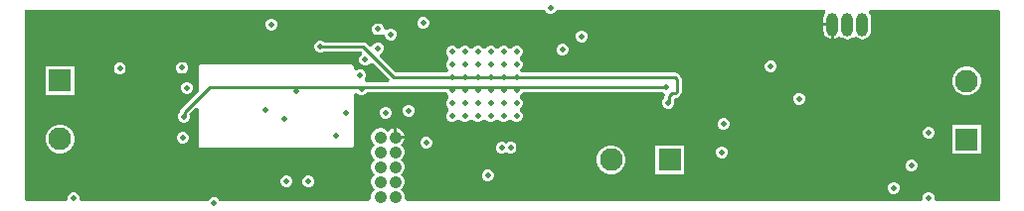
<source format=gbr>
%TF.GenerationSoftware,Altium Limited,Altium Designer,25.4.2 (15)*%
G04 Layer_Physical_Order=3*
G04 Layer_Color=16440176*
%FSLAX45Y45*%
%MOMM*%
%TF.SameCoordinates,D0FDF368-1468-4A38-90CB-FD56B44771C5*%
%TF.FilePolarity,Positive*%
%TF.FileFunction,Copper,L3,Inr,Signal*%
%TF.Part,Single*%
G01*
G75*
%TA.AperFunction,Conductor*%
%ADD30C,0.25400*%
%TA.AperFunction,ComponentPad*%
%ADD33C,1.95000*%
%ADD34R,1.95000X1.95000*%
%ADD35O,1.00000X2.00000*%
%ADD36O,1.00000X2.00000*%
%ADD37R,1.95000X1.95000*%
%ADD39C,1.06000*%
%TA.AperFunction,ViaPad*%
%ADD40C,0.50000*%
G36*
X8384540Y1706880D02*
Y81280D01*
X7838153D01*
X7827880Y96655D01*
Y116705D01*
X7820207Y135229D01*
X7806029Y149407D01*
X7787505Y157080D01*
X7767455D01*
X7748931Y149407D01*
X7734753Y135229D01*
X7727080Y116705D01*
Y96655D01*
X7716807Y81280D01*
X3337114D01*
X3316900Y103979D01*
Y124622D01*
X3311557Y144561D01*
X3301235Y162439D01*
X3287331Y177800D01*
X3301236Y193162D01*
X3311557Y211039D01*
X3316900Y230978D01*
Y251622D01*
X3311557Y271561D01*
X3301235Y289439D01*
X3287331Y304800D01*
X3301236Y320162D01*
X3311557Y338039D01*
X3316900Y357978D01*
Y378622D01*
X3311557Y398561D01*
X3301235Y416439D01*
X3287331Y431800D01*
X3301236Y447162D01*
X3311557Y465039D01*
X3316900Y484978D01*
Y505622D01*
X3311557Y525561D01*
X3301235Y543439D01*
X3287331Y558800D01*
X3301236Y574162D01*
X3311557Y592039D01*
X3316263Y609600D01*
X3238500D01*
Y622300D01*
X3225800D01*
Y700063D01*
X3208239Y695357D01*
X3190361Y685035D01*
X3175000Y671131D01*
X3159638Y685036D01*
X3141761Y695357D01*
X3121822Y700700D01*
X3101178D01*
X3081239Y695357D01*
X3063361Y685035D01*
X3048765Y670439D01*
X3038443Y652561D01*
X3033100Y632622D01*
Y611978D01*
X3038443Y592039D01*
X3048765Y574161D01*
X3062669Y558800D01*
X3048764Y543438D01*
X3038443Y525561D01*
X3033100Y505622D01*
Y484978D01*
X3038443Y465039D01*
X3048765Y447161D01*
X3062669Y431800D01*
X3048764Y416438D01*
X3038443Y398561D01*
X3033100Y378622D01*
Y357978D01*
X3038443Y338039D01*
X3048765Y320161D01*
X3062669Y304800D01*
X3048764Y289438D01*
X3038443Y271561D01*
X3033100Y251622D01*
Y230978D01*
X3038443Y211039D01*
X3048765Y193161D01*
X3062669Y177800D01*
X3048764Y162438D01*
X3038443Y144561D01*
X3033100Y124622D01*
Y103979D01*
X3012886Y81280D01*
X1740316D01*
X1736907Y89509D01*
X1722729Y103687D01*
X1704205Y111360D01*
X1684155D01*
X1665631Y103687D01*
X1651453Y89509D01*
X1648044Y81280D01*
X555119D01*
X548240Y91575D01*
Y111625D01*
X540567Y130149D01*
X526389Y144327D01*
X507865Y152000D01*
X487815D01*
X469291Y144327D01*
X455113Y130149D01*
X447440Y111625D01*
Y91575D01*
X440561Y81280D01*
X97828D01*
X78740Y96520D01*
Y1714500D01*
X4510008D01*
X4516573Y1698651D01*
X4530751Y1684473D01*
X4549275Y1676800D01*
X4569325D01*
X4587849Y1684473D01*
X4602027Y1698651D01*
X4608592Y1714500D01*
X6894366D01*
X6902310Y1698399D01*
X6904154Y1689100D01*
X6893738Y1675525D01*
X6886141Y1657184D01*
X6883549Y1637500D01*
Y1600200D01*
X6959600D01*
Y1587500D01*
X6972300D01*
Y1463121D01*
X6979283Y1464041D01*
X6997625Y1471638D01*
X7013376Y1483724D01*
X7040735Y1477654D01*
X7048575Y1471638D01*
X7066917Y1464041D01*
X7086600Y1461449D01*
X7106283Y1464041D01*
X7124625Y1471638D01*
X7132465Y1477654D01*
X7159824Y1483724D01*
X7175575Y1471638D01*
X7193917Y1464041D01*
X7213600Y1461449D01*
X7233283Y1464041D01*
X7251625Y1471638D01*
X7267376Y1483724D01*
X7279462Y1499475D01*
X7287059Y1517816D01*
X7289651Y1537500D01*
Y1637500D01*
X7287059Y1657184D01*
X7279462Y1675525D01*
X7269046Y1689100D01*
X7270890Y1698399D01*
X7278834Y1714500D01*
X8376920D01*
X8384540Y1706880D01*
D02*
G37*
%LPC*%
G36*
X3484745Y1650600D02*
X3464695D01*
X3446171Y1642927D01*
X3431993Y1628749D01*
X3424320Y1610225D01*
Y1590175D01*
X3431993Y1571651D01*
X3446171Y1557473D01*
X3464695Y1549800D01*
X3484745D01*
X3503269Y1557473D01*
X3517447Y1571651D01*
X3525120Y1590175D01*
Y1610225D01*
X3517447Y1628749D01*
X3503269Y1642927D01*
X3484745Y1650600D01*
D02*
G37*
G36*
X2191885Y1637900D02*
X2171835D01*
X2153311Y1630227D01*
X2139133Y1616049D01*
X2131460Y1597525D01*
Y1577475D01*
X2139133Y1558951D01*
X2153311Y1544773D01*
X2171835Y1537100D01*
X2191885D01*
X2210409Y1544773D01*
X2224587Y1558951D01*
X2232260Y1577475D01*
Y1597525D01*
X2224587Y1616049D01*
X2210409Y1630227D01*
X2191885Y1637900D01*
D02*
G37*
G36*
X6946900Y1574800D02*
X6883549D01*
Y1537500D01*
X6886141Y1517816D01*
X6893738Y1499475D01*
X6905824Y1483724D01*
X6921575Y1471638D01*
X6939917Y1464041D01*
X6946900Y1463121D01*
Y1574800D01*
D02*
G37*
G36*
X3101205Y1597260D02*
X3081155D01*
X3062631Y1589587D01*
X3048453Y1575409D01*
X3040780Y1556885D01*
Y1536835D01*
X3048453Y1518311D01*
X3062631Y1504133D01*
X3081155Y1496460D01*
X3101205D01*
X3119729Y1504133D01*
X3124600Y1509004D01*
X3150000Y1498483D01*
Y1493655D01*
X3157673Y1475131D01*
X3171851Y1460953D01*
X3190375Y1453280D01*
X3210425D01*
X3228949Y1460953D01*
X3243127Y1475131D01*
X3250800Y1493655D01*
Y1513705D01*
X3243127Y1532229D01*
X3228949Y1546407D01*
X3210425Y1554080D01*
X3190375D01*
X3171851Y1546407D01*
X3166980Y1541536D01*
X3141580Y1552057D01*
Y1556885D01*
X3133907Y1575409D01*
X3119729Y1589587D01*
X3101205Y1597260D01*
D02*
G37*
G36*
X4836025Y1536300D02*
X4815975D01*
X4797451Y1528627D01*
X4783273Y1514449D01*
X4775600Y1495925D01*
Y1475875D01*
X4783273Y1457351D01*
X4797451Y1443173D01*
X4815975Y1435500D01*
X4836025D01*
X4854549Y1443173D01*
X4868727Y1457351D01*
X4876400Y1475875D01*
Y1495925D01*
X4868727Y1514449D01*
X4854549Y1528627D01*
X4836025Y1536300D01*
D02*
G37*
G36*
X4670925Y1422000D02*
X4650875D01*
X4632351Y1414327D01*
X4618173Y1400149D01*
X4610500Y1381625D01*
Y1361575D01*
X4618173Y1343051D01*
X4632351Y1328873D01*
X4650875Y1321200D01*
X4670925D01*
X4689449Y1328873D01*
X4703627Y1343051D01*
X4711300Y1361575D01*
Y1381625D01*
X4703627Y1400149D01*
X4689449Y1414327D01*
X4670925Y1422000D01*
D02*
G37*
G36*
X6446385Y1279760D02*
X6426335D01*
X6407811Y1272087D01*
X6393633Y1257909D01*
X6385960Y1239385D01*
Y1219335D01*
X6393633Y1200811D01*
X6407811Y1186633D01*
X6426335Y1178960D01*
X6446385D01*
X6464909Y1186633D01*
X6479087Y1200811D01*
X6486760Y1219335D01*
Y1239385D01*
X6479087Y1257909D01*
X6464909Y1272087D01*
X6446385Y1279760D01*
D02*
G37*
G36*
X1432425Y1267060D02*
X1412375D01*
X1393851Y1259387D01*
X1379673Y1245209D01*
X1372000Y1226685D01*
Y1206635D01*
X1379673Y1188111D01*
X1393851Y1173933D01*
X1412375Y1166260D01*
X1432425D01*
X1450949Y1173933D01*
X1465127Y1188111D01*
X1472800Y1206635D01*
Y1226685D01*
X1465127Y1245209D01*
X1450949Y1259387D01*
X1432425Y1267060D01*
D02*
G37*
G36*
X901565Y1261980D02*
X881515D01*
X862991Y1254307D01*
X848813Y1240129D01*
X841140Y1221605D01*
Y1201555D01*
X848813Y1183031D01*
X862991Y1168853D01*
X881515Y1161180D01*
X901565D01*
X920089Y1168853D01*
X934267Y1183031D01*
X941940Y1201555D01*
Y1221605D01*
X934267Y1240129D01*
X920089Y1254307D01*
X901565Y1261980D01*
D02*
G37*
G36*
X2608445Y1449940D02*
X2588395D01*
X2569871Y1442267D01*
X2555693Y1428089D01*
X2548020Y1409565D01*
Y1389515D01*
X2555693Y1370991D01*
X2569871Y1356813D01*
X2588395Y1349140D01*
X2608445D01*
X2626969Y1356813D01*
X2628310Y1358153D01*
X2948089D01*
X2950809Y1355434D01*
X2950870Y1327967D01*
X2936693Y1313789D01*
X2929020Y1295265D01*
Y1275215D01*
X2936693Y1256691D01*
X2950871Y1242513D01*
X2969395Y1234840D01*
X2989445D01*
X3007969Y1242513D01*
X3022147Y1256690D01*
X3049614Y1256629D01*
X3190436Y1115807D01*
X3179915Y1090407D01*
X2985764D01*
X2975243Y1115807D01*
X2981507Y1122071D01*
X2989180Y1140595D01*
Y1160645D01*
X2981507Y1179169D01*
X2967329Y1193347D01*
X2948805Y1201020D01*
X2928755D01*
X2910231Y1193347D01*
X2909097Y1192214D01*
X2883697Y1202735D01*
Y1220003D01*
X2881726Y1229913D01*
X2876112Y1238315D01*
X2867710Y1243929D01*
X2857800Y1245900D01*
X1586799D01*
X1576888Y1243929D01*
X1568487Y1238315D01*
X1562873Y1229913D01*
X1560901Y1220003D01*
Y1011319D01*
X1415251Y865669D01*
X1406831Y853066D01*
X1403873Y838200D01*
Y837610D01*
X1394913Y828649D01*
X1387240Y810125D01*
Y790075D01*
X1394913Y771551D01*
X1409091Y757373D01*
X1427615Y749700D01*
X1447665D01*
X1466189Y757373D01*
X1480367Y771551D01*
X1488040Y790075D01*
Y810125D01*
X1482634Y823177D01*
X1537435Y877978D01*
X1560901Y868257D01*
Y558002D01*
X1562873Y548092D01*
X1568487Y539690D01*
X1576888Y534076D01*
X1586799Y532105D01*
X2857800D01*
X2867710Y534076D01*
X2876112Y539690D01*
X2881726Y548092D01*
X2883697Y558002D01*
Y994560D01*
X2895531Y1000168D01*
X2909097Y1002346D01*
X2920391Y991053D01*
X2938915Y983380D01*
X2958965D01*
X2977489Y991053D01*
X2991667Y1005231D01*
X2994766Y1012713D01*
X3671389D01*
X3678373Y995853D01*
X3690469Y983757D01*
X3691591Y969401D01*
X3690469Y955045D01*
X3678373Y942949D01*
X3670700Y924425D01*
Y904375D01*
X3678373Y885851D01*
X3690469Y873755D01*
X3691591Y859399D01*
X3690469Y845043D01*
X3678373Y832947D01*
X3670700Y814423D01*
Y794373D01*
X3678373Y775848D01*
X3692551Y761671D01*
X3711075Y753998D01*
X3731125D01*
X3749649Y761671D01*
X3761745Y773766D01*
X3776101Y774889D01*
X3790457Y773766D01*
X3802553Y761671D01*
X3821077Y753998D01*
X3841127D01*
X3859652Y761671D01*
X3871744Y773763D01*
X3886101Y774887D01*
X3900458Y773763D01*
X3912550Y761671D01*
X3931074Y753998D01*
X3951125D01*
X3969649Y761671D01*
X3981744Y773766D01*
X3996101Y774889D01*
X4010457Y773766D01*
X4022553Y761671D01*
X4041077Y753998D01*
X4061127D01*
X4079651Y761671D01*
X4091743Y773763D01*
X4106101Y774887D01*
X4120458Y773763D01*
X4132550Y761671D01*
X4151074Y753998D01*
X4171124D01*
X4189648Y761671D01*
X4201744Y773766D01*
X4216100Y774889D01*
X4230457Y773766D01*
X4242552Y761671D01*
X4261076Y753998D01*
X4281127D01*
X4299651Y761671D01*
X4313828Y775848D01*
X4321501Y794373D01*
Y814423D01*
X4313828Y832947D01*
X4301733Y845043D01*
X4300610Y859399D01*
X4301733Y873755D01*
X4313828Y885851D01*
X4321501Y904375D01*
Y924425D01*
X4313828Y942949D01*
X4301733Y955045D01*
X4300610Y969401D01*
X4301733Y983757D01*
X4313828Y995853D01*
X4320812Y1012713D01*
X5514930D01*
X5518811Y1008833D01*
X5531417Y987312D01*
X5528460Y972447D01*
Y956617D01*
X5519873Y948029D01*
X5512200Y929505D01*
Y909455D01*
X5519873Y890931D01*
X5534051Y876753D01*
X5552575Y869080D01*
X5572625D01*
X5591149Y876753D01*
X5605327Y890931D01*
X5613000Y909455D01*
Y929505D01*
X5611149Y933973D01*
X5621896Y955345D01*
X5625656Y959719D01*
X5638787Y962331D01*
X5651390Y970751D01*
X5666269Y985630D01*
X5674689Y998233D01*
X5677647Y1013099D01*
Y1120501D01*
X5674689Y1135367D01*
X5666269Y1147970D01*
X5651390Y1162849D01*
X5638787Y1171269D01*
X5623921Y1174227D01*
X4319219D01*
X4301372Y1199138D01*
X4301733Y1203757D01*
X4313828Y1215853D01*
X4321501Y1234377D01*
Y1254427D01*
X4313828Y1272951D01*
X4301736Y1285043D01*
X4300612Y1299400D01*
X4301736Y1313758D01*
X4313828Y1325850D01*
X4321501Y1344374D01*
Y1364424D01*
X4313828Y1382948D01*
X4299651Y1397126D01*
X4281127Y1404799D01*
X4261076D01*
X4242552Y1397126D01*
X4230457Y1385031D01*
X4216100Y1383908D01*
X4201744Y1385031D01*
X4189648Y1397126D01*
X4171124Y1404799D01*
X4151074D01*
X4132550Y1397126D01*
X4120458Y1385034D01*
X4106101Y1383910D01*
X4091743Y1385034D01*
X4079651Y1397126D01*
X4061127Y1404799D01*
X4041077D01*
X4022553Y1397126D01*
X4010457Y1385031D01*
X3996101Y1383908D01*
X3981744Y1385031D01*
X3969649Y1397126D01*
X3951125Y1404799D01*
X3931074D01*
X3912550Y1397126D01*
X3900458Y1385034D01*
X3886101Y1383910D01*
X3871744Y1385034D01*
X3859652Y1397126D01*
X3841127Y1404799D01*
X3821077D01*
X3802553Y1397126D01*
X3790457Y1385031D01*
X3776101Y1383908D01*
X3761745Y1385031D01*
X3749649Y1397126D01*
X3731125Y1404799D01*
X3711075D01*
X3692551Y1397126D01*
X3678373Y1382948D01*
X3670700Y1364424D01*
Y1344374D01*
X3678373Y1325850D01*
X3690465Y1313758D01*
X3691590Y1299400D01*
X3690465Y1285043D01*
X3678373Y1272951D01*
X3670700Y1254427D01*
Y1234377D01*
X3678373Y1215853D01*
X3690469Y1203757D01*
X3690830Y1199138D01*
X3672982Y1174227D01*
X3241891D01*
X3105684Y1310433D01*
X3113179Y1338860D01*
X3119729Y1341573D01*
X3133907Y1355751D01*
X3141580Y1374275D01*
Y1394325D01*
X3133907Y1412849D01*
X3119729Y1427027D01*
X3101205Y1434700D01*
X3081155D01*
X3062631Y1427027D01*
X3048453Y1412849D01*
X3045740Y1406299D01*
X3017313Y1398804D01*
X2991649Y1424469D01*
X2979046Y1432889D01*
X2964180Y1435847D01*
X2633390D01*
X2626969Y1442267D01*
X2608445Y1449940D01*
D02*
G37*
G36*
X1473065Y1096880D02*
X1453015D01*
X1434491Y1089207D01*
X1420313Y1075029D01*
X1412640Y1056505D01*
Y1036455D01*
X1420313Y1017931D01*
X1434491Y1003753D01*
X1453015Y996080D01*
X1473065D01*
X1491589Y1003753D01*
X1505767Y1017931D01*
X1513440Y1036455D01*
Y1056505D01*
X1505767Y1075029D01*
X1491589Y1089207D01*
X1473065Y1096880D01*
D02*
G37*
G36*
X503900Y1232499D02*
X258100D01*
Y986699D01*
X503900D01*
Y1232499D01*
D02*
G37*
G36*
X8118780Y1227800D02*
X8086420D01*
X8055162Y1219425D01*
X8027138Y1203244D01*
X8004256Y1180362D01*
X7988075Y1152338D01*
X7979700Y1121080D01*
Y1088720D01*
X7988075Y1057462D01*
X8004256Y1029438D01*
X8027138Y1006556D01*
X8055162Y990375D01*
X8086420Y982000D01*
X8118780D01*
X8150038Y990375D01*
X8178062Y1006556D01*
X8200944Y1029438D01*
X8217125Y1057462D01*
X8225500Y1088720D01*
Y1121080D01*
X8217125Y1152338D01*
X8200944Y1180362D01*
X8178062Y1203244D01*
X8150038Y1219425D01*
X8118780Y1227800D01*
D02*
G37*
G36*
X6685145Y1002900D02*
X6665095D01*
X6646571Y995227D01*
X6632393Y981049D01*
X6624720Y962525D01*
Y942475D01*
X6632393Y923951D01*
X6646571Y909773D01*
X6665095Y902100D01*
X6685145D01*
X6703669Y909773D01*
X6717847Y923951D01*
X6725520Y942475D01*
Y962525D01*
X6717847Y981049D01*
X6703669Y995227D01*
X6685145Y1002900D01*
D02*
G37*
G36*
X3362825Y901300D02*
X3342775D01*
X3324251Y893627D01*
X3310073Y879449D01*
X3302400Y860925D01*
Y840875D01*
X3310073Y822351D01*
X3324251Y808173D01*
X3342775Y800500D01*
X3362825D01*
X3381349Y808173D01*
X3395527Y822351D01*
X3403200Y840875D01*
Y860925D01*
X3395527Y879449D01*
X3381349Y893627D01*
X3362825Y901300D01*
D02*
G37*
G36*
X3164705Y883520D02*
X3144655D01*
X3126131Y875847D01*
X3111953Y861669D01*
X3104280Y843145D01*
Y823095D01*
X3111953Y804571D01*
X3126131Y790393D01*
X3144655Y782720D01*
X3164705D01*
X3183229Y790393D01*
X3197407Y804571D01*
X3205080Y823095D01*
Y843145D01*
X3197407Y861669D01*
X3183229Y875847D01*
X3164705Y883520D01*
D02*
G37*
G36*
X6042525Y787000D02*
X6022475D01*
X6003951Y779327D01*
X5989773Y765149D01*
X5982100Y746625D01*
Y726575D01*
X5989773Y708051D01*
X6003951Y693873D01*
X6022475Y686200D01*
X6042525D01*
X6061049Y693873D01*
X6075227Y708051D01*
X6082900Y726575D01*
Y746625D01*
X6075227Y765149D01*
X6061049Y779327D01*
X6042525Y787000D01*
D02*
G37*
G36*
X3251200Y700063D02*
Y635000D01*
X3316263D01*
X3311557Y652561D01*
X3301235Y670439D01*
X3286639Y685035D01*
X3268761Y695357D01*
X3251200Y700063D01*
D02*
G37*
G36*
X7790045Y713340D02*
X7769995D01*
X7751471Y705667D01*
X7737293Y691489D01*
X7729620Y672965D01*
Y652915D01*
X7737293Y634391D01*
X7751471Y620213D01*
X7769995Y612540D01*
X7790045D01*
X7808569Y620213D01*
X7822747Y634391D01*
X7830420Y652915D01*
Y672965D01*
X7822747Y691489D01*
X7808569Y705667D01*
X7790045Y713340D01*
D02*
G37*
G36*
X4228965Y588880D02*
X4208915D01*
X4190391Y581207D01*
X4179570Y570386D01*
X4173829Y576127D01*
X4155305Y583800D01*
X4135255D01*
X4116731Y576127D01*
X4102553Y561949D01*
X4094880Y543425D01*
Y523375D01*
X4102553Y504851D01*
X4116731Y490673D01*
X4135255Y483000D01*
X4155305D01*
X4173829Y490673D01*
X4184650Y501494D01*
X4190391Y495753D01*
X4208915Y488080D01*
X4228965D01*
X4247489Y495753D01*
X4261667Y509931D01*
X4269340Y528455D01*
Y548505D01*
X4261667Y567029D01*
X4247489Y581207D01*
X4228965Y588880D01*
D02*
G37*
G36*
X1437505Y670160D02*
X1417455D01*
X1398931Y662487D01*
X1384753Y648309D01*
X1377080Y629785D01*
Y609735D01*
X1384753Y591211D01*
X1398931Y577033D01*
X1417455Y569360D01*
X1437505D01*
X1456029Y577033D01*
X1470207Y591211D01*
X1477880Y609735D01*
Y629785D01*
X1470207Y648309D01*
X1456029Y662487D01*
X1437505Y670160D01*
D02*
G37*
G36*
X3510145Y626980D02*
X3490095D01*
X3471571Y619307D01*
X3457393Y605129D01*
X3449720Y586605D01*
Y566555D01*
X3457393Y548031D01*
X3471571Y533853D01*
X3490095Y526180D01*
X3510145D01*
X3528669Y533853D01*
X3542847Y548031D01*
X3550520Y566555D01*
Y586605D01*
X3542847Y605129D01*
X3528669Y619307D01*
X3510145Y626980D01*
D02*
G37*
G36*
X397180Y732500D02*
X364820D01*
X333562Y724125D01*
X305538Y707944D01*
X282656Y685062D01*
X266475Y657038D01*
X258100Y625780D01*
Y593420D01*
X266475Y562162D01*
X282656Y534138D01*
X305538Y511256D01*
X333562Y495075D01*
X364820Y486700D01*
X397180D01*
X428438Y495075D01*
X456462Y511256D01*
X479344Y534138D01*
X495525Y562162D01*
X503900Y593420D01*
Y625780D01*
X495525Y657038D01*
X479344Y685062D01*
X456462Y707944D01*
X428438Y724125D01*
X397180Y732500D01*
D02*
G37*
G36*
X8225500Y727801D02*
X7979700D01*
Y482001D01*
X8225500D01*
Y727801D01*
D02*
G37*
G36*
X6029825Y545700D02*
X6009775D01*
X5991251Y538027D01*
X5977073Y523849D01*
X5969400Y505325D01*
Y485275D01*
X5977073Y466751D01*
X5991251Y452573D01*
X6009775Y444900D01*
X6029825D01*
X6048349Y452573D01*
X6062527Y466751D01*
X6070200Y485275D01*
Y505325D01*
X6062527Y523849D01*
X6048349Y538027D01*
X6029825Y545700D01*
D02*
G37*
G36*
X7642725Y431400D02*
X7622675D01*
X7604151Y423727D01*
X7589973Y409549D01*
X7582300Y391025D01*
Y370975D01*
X7589973Y352451D01*
X7604151Y338273D01*
X7622675Y330600D01*
X7642725D01*
X7661249Y338273D01*
X7675427Y352451D01*
X7683100Y370975D01*
Y391025D01*
X7675427Y409549D01*
X7661249Y423727D01*
X7642725Y431400D01*
D02*
G37*
G36*
X5698200Y554700D02*
X5452400D01*
Y308900D01*
X5698200D01*
Y554700D01*
D02*
G37*
G36*
X5091481D02*
X5059121D01*
X5027863Y546325D01*
X4999839Y530144D01*
X4976957Y507262D01*
X4960776Y479238D01*
X4952401Y447980D01*
Y415620D01*
X4960776Y384362D01*
X4976957Y356338D01*
X4999839Y333456D01*
X5027863Y317275D01*
X5059121Y308900D01*
X5091481D01*
X5122739Y317275D01*
X5150763Y333456D01*
X5173645Y356338D01*
X5189826Y384362D01*
X5198201Y415620D01*
Y447980D01*
X5189826Y479238D01*
X5173645Y507262D01*
X5150763Y530144D01*
X5122739Y546325D01*
X5091481Y554700D01*
D02*
G37*
G36*
X4035229Y346224D02*
X4015179D01*
X3996655Y338551D01*
X3982477Y324373D01*
X3974804Y305849D01*
Y285799D01*
X3982477Y267274D01*
X3996655Y253097D01*
X4015179Y245424D01*
X4035229D01*
X4053753Y253097D01*
X4067931Y267274D01*
X4075604Y285799D01*
Y305849D01*
X4067931Y324373D01*
X4053753Y338551D01*
X4035229Y346224D01*
D02*
G37*
G36*
X2321425Y296780D02*
X2301375D01*
X2282851Y289107D01*
X2268673Y274929D01*
X2261000Y256405D01*
Y236355D01*
X2268673Y217831D01*
X2282851Y203653D01*
X2301375Y195980D01*
X2321425D01*
X2339949Y203653D01*
X2354127Y217831D01*
X2361800Y236355D01*
Y256405D01*
X2354127Y274929D01*
X2339949Y289107D01*
X2321425Y296780D01*
D02*
G37*
G36*
X2506845Y294240D02*
X2486795D01*
X2468271Y286567D01*
X2454093Y272389D01*
X2446420Y253865D01*
Y233815D01*
X2454093Y215291D01*
X2468271Y201113D01*
X2486795Y193440D01*
X2506845D01*
X2525369Y201113D01*
X2539547Y215291D01*
X2547220Y233815D01*
Y253865D01*
X2539547Y272389D01*
X2525369Y286567D01*
X2506845Y294240D01*
D02*
G37*
G36*
X7490325Y240900D02*
X7470275D01*
X7451751Y233227D01*
X7437573Y219049D01*
X7429900Y200525D01*
Y180475D01*
X7437573Y161951D01*
X7451751Y147773D01*
X7470275Y140100D01*
X7490325D01*
X7508849Y147773D01*
X7523027Y161951D01*
X7530700Y180475D01*
Y200525D01*
X7523027Y219049D01*
X7508849Y233227D01*
X7490325Y240900D01*
D02*
G37*
%LPD*%
D30*
X2598420Y1399540D02*
X2600960Y1397000D01*
X2964180D01*
X3225800Y1135380D01*
X5623921D01*
X5638800Y1120501D01*
Y1013099D02*
Y1120501D01*
X5623921Y998220D02*
X5638800Y1013099D01*
X5593080Y998220D02*
X5623921D01*
X5567307Y972447D02*
X5593080Y998220D01*
X5567307Y924187D02*
Y972447D01*
X5562600Y919480D02*
X5567307Y924187D01*
X1437640Y806757D02*
X1442720Y811837D01*
X1437640Y800100D02*
Y806757D01*
X1442720Y838200D02*
X1656080Y1051560D01*
X1442720Y811837D02*
Y838200D01*
X1656080Y1051560D02*
X5547360D01*
D33*
X5075301Y431800D02*
D03*
X8102600Y1104900D02*
D03*
X381000Y609600D02*
D03*
D34*
X5575300Y431800D02*
D03*
D35*
X7213600Y1587500D02*
D03*
X6959600D02*
D03*
D36*
X7086600D02*
D03*
D37*
X8102600Y604901D02*
D03*
X381000Y1109599D02*
D03*
D39*
X3238500Y114300D02*
D03*
Y241300D02*
D03*
Y368300D02*
D03*
Y495300D02*
D03*
Y622300D02*
D03*
X3111500Y114300D02*
D03*
Y241300D02*
D03*
Y368300D02*
D03*
Y495300D02*
D03*
Y622300D02*
D03*
D40*
X1430020Y1384300D02*
D03*
X731520Y683260D02*
D03*
X1838960Y378460D02*
D03*
X2260600Y1503680D02*
D03*
X6593840Y1440180D02*
D03*
X3378200Y1209040D02*
D03*
X3395980Y487680D02*
D03*
X4749800Y965200D02*
D03*
X4826000Y916940D02*
D03*
X4638040Y1549400D02*
D03*
X6718300Y520700D02*
D03*
X7467600Y1186180D02*
D03*
X3825240Y541020D02*
D03*
X3583940Y210820D02*
D03*
X2181860Y1587500D02*
D03*
X2598420Y1399540D02*
D03*
X5562600Y919480D02*
D03*
X1437640Y800100D02*
D03*
X5547360Y1051560D02*
D03*
X2293620Y782320D02*
D03*
X1463040Y1046480D02*
D03*
X1694180Y60960D02*
D03*
X497840Y101600D02*
D03*
X1422400Y1216660D02*
D03*
X891540Y1211580D02*
D03*
X3474720Y1600200D02*
D03*
X3200400Y1503680D02*
D03*
X2979420Y1285240D02*
D03*
X3091180Y1384300D02*
D03*
X2733040Y632460D02*
D03*
X2814320Y830580D02*
D03*
X2938780Y1150620D02*
D03*
X2131060Y855980D02*
D03*
X3091180Y1546860D02*
D03*
X2395220Y1013460D02*
D03*
X2496820Y243840D02*
D03*
X3500120Y576580D02*
D03*
X2311400Y246380D02*
D03*
X3154680Y833120D02*
D03*
X4145280Y533400D02*
D03*
X4218940Y538480D02*
D03*
X7780020Y662940D02*
D03*
X7777480Y106680D02*
D03*
X1427480Y619760D02*
D03*
X2948940Y1033780D02*
D03*
X4025204Y295824D02*
D03*
X6436360Y1229360D02*
D03*
X6675120Y952500D02*
D03*
X3352800Y850900D02*
D03*
X4559300Y1727200D02*
D03*
X7632700Y381000D02*
D03*
X7480300Y190500D02*
D03*
X6032500Y736600D02*
D03*
X6019800Y495300D02*
D03*
X4660900Y1371600D02*
D03*
X4826000Y1485900D02*
D03*
X3721100Y1354399D02*
D03*
X3831102D02*
D03*
X3941100D02*
D03*
X4051102D02*
D03*
X4161099D02*
D03*
X4271101D02*
D03*
X3721100Y1244402D02*
D03*
X3831102D02*
D03*
X3941100D02*
D03*
X4051102D02*
D03*
X4161099D02*
D03*
X4271101D02*
D03*
X3721100Y1134400D02*
D03*
X3831102D02*
D03*
X3941100D02*
D03*
X4051102D02*
D03*
X4161099D02*
D03*
X4271101D02*
D03*
X3721100Y1024402D02*
D03*
X3831102D02*
D03*
X3941100D02*
D03*
X4051102D02*
D03*
X4161099D02*
D03*
X4271101D02*
D03*
X3721100Y914400D02*
D03*
X3831102D02*
D03*
X3941100D02*
D03*
X4051102D02*
D03*
X4161099D02*
D03*
X4271101D02*
D03*
X3721100Y804398D02*
D03*
X3831102D02*
D03*
X3941100D02*
D03*
X4051102D02*
D03*
X4161099D02*
D03*
X4271101D02*
D03*
%TF.MD5,cee4ec40813ea289bb4400f567a95543*%
M02*

</source>
